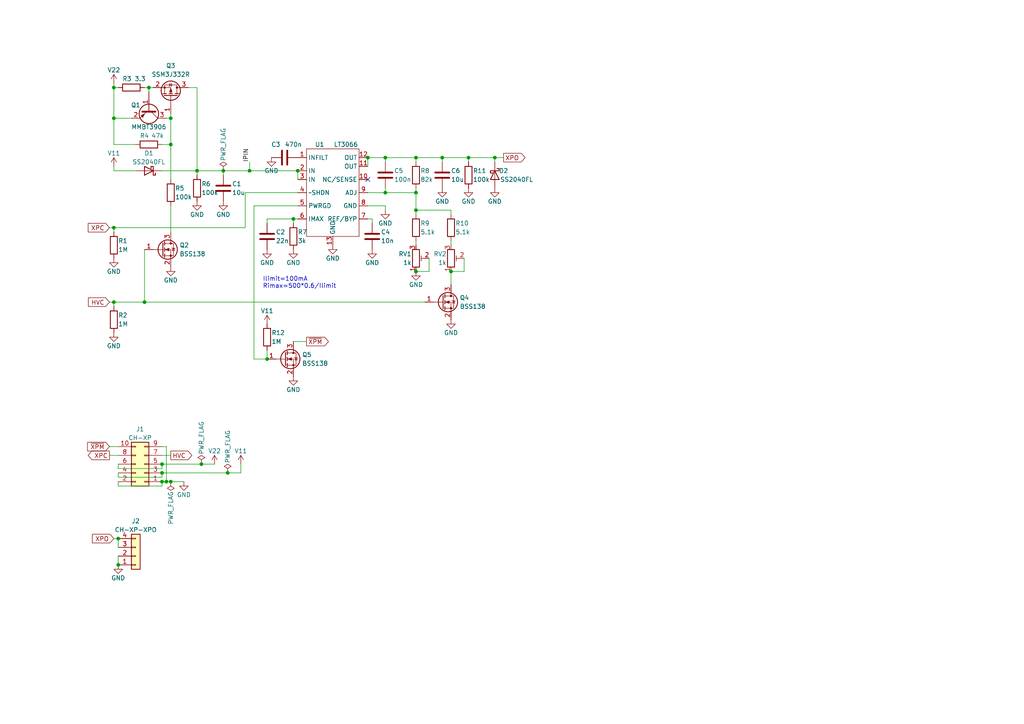
<source format=kicad_sch>
(kicad_sch (version 20211123) (generator eeschema)
  (paper "A4")
  (title_block (title "XPS:Channel:XPower") (company "yu2924"))
  (lib_symbols
    (symbol "Connector_Generic:Conn_01x04" (pin_names (offset 1.016) hide)
      (property "Reference" "J" (at 0 5.08 0))
      (property "Value" "Conn_01x04" (at 0 -7.62 0))
      (symbol "Conn_01x04_1_1"
        (rectangle (start -1.27 -4.953) (end 0 -5.207) (stroke (width 0.1524)))
        (rectangle (start -1.27 -2.413) (end 0 -2.667) (stroke (width 0.1524)))
        (rectangle (start -1.27 0.127) (end 0 -0.127) (stroke (width 0.1524)))
        (rectangle (start -1.27 2.667) (end 0 2.413) (stroke (width 0.1524)))
        (rectangle (start -1.27 3.81) (end 1.27 -6.35) (stroke (width 0.254)) (fill (type background)))
        (pin passive line (at -5.08 2.54 0) (length 3.81) (name "Pin_1") (number "1"))
        (pin passive line (at -5.08 0 0) (length 3.81) (name "Pin_2") (number "2"))
        (pin passive line (at -5.08 -2.54 0) (length 3.81) (name "Pin_3") (number "3"))
        (pin passive line (at -5.08 -5.08 0) (length 3.81) (name "Pin_4") (number "4"))
      )
    )
    (symbol "Connector_Generic:Conn_02x05_Odd_Even" (pin_names (offset 1.016) hide)
      (property "Reference" "J" (at 1.27 7.62 0))
      (property "Value" "Conn_02x05_Odd_Even" (at 1.27 -7.62 0))
      (symbol "Conn_02x05_Odd_Even_1_1"
        (rectangle (start -1.27 -4.953) (end 0 -5.207) (stroke (width 0.1524)))
        (rectangle (start -1.27 -2.413) (end 0 -2.667) (stroke (width 0.1524)))
        (rectangle (start -1.27 0.127) (end 0 -0.127) (stroke (width 0.1524)))
        (rectangle (start -1.27 2.667) (end 0 2.413) (stroke (width 0.1524)))
        (rectangle (start -1.27 5.207) (end 0 4.953) (stroke (width 0.1524)))
        (rectangle (start -1.27 6.35) (end 3.81 -6.35) (stroke (width 0.254)) (fill (type background)))
        (rectangle (start 3.81 -4.953) (end 2.54 -5.207) (stroke (width 0.1524)))
        (rectangle (start 3.81 -2.413) (end 2.54 -2.667) (stroke (width 0.1524)))
        (rectangle (start 3.81 0.127) (end 2.54 -0.127) (stroke (width 0.1524)))
        (rectangle (start 3.81 2.667) (end 2.54 2.413) (stroke (width 0.1524)))
        (rectangle (start 3.81 5.207) (end 2.54 4.953) (stroke (width 0.1524)))
        (pin passive line (at -5.08 5.08 0) (length 3.81) (name "Pin_1") (number "1"))
        (pin passive line (at 7.62 -5.08 180) (length 3.81) (name "Pin_10") (number "10"))
        (pin passive line (at 7.62 5.08 180) (length 3.81) (name "Pin_2") (number "2"))
        (pin passive line (at -5.08 2.54 0) (length 3.81) (name "Pin_3") (number "3"))
        (pin passive line (at 7.62 2.54 180) (length 3.81) (name "Pin_4") (number "4"))
        (pin passive line (at -5.08 0 0) (length 3.81) (name "Pin_5") (number "5"))
        (pin passive line (at 7.62 0 180) (length 3.81) (name "Pin_6") (number "6"))
        (pin passive line (at -5.08 -2.54 0) (length 3.81) (name "Pin_7") (number "7"))
        (pin passive line (at 7.62 -2.54 180) (length 3.81) (name "Pin_8") (number "8"))
        (pin passive line (at -5.08 -5.08 0) (length 3.81) (name "Pin_9") (number "9"))
      )
    )
    (symbol "Device:C" (pin_numbers hide) (pin_names (offset 0.254))
      (property "Reference" "C" (at 0.635 2.54 0))
      (property "Value" "C" (at 0.635 -2.54 0))
      (symbol "C_0_1"
        (polyline (pts (xy -2.032 -0.762) (xy 2.032 -0.762)) (stroke (width 0.508)))
        (polyline (pts (xy -2.032 0.762) (xy 2.032 0.762)) (stroke (width 0.508)))
      )
      (symbol "C_1_1"
        (pin passive line (at 0 3.81 270) (length 2.794) (name "~") (number "1"))
        (pin passive line (at 0 -3.81 90) (length 2.794) (name "~") (number "2"))
      )
    )
    (symbol "Device:D_Schottky" (pin_numbers hide) (pin_names (offset 1.016) hide)
      (property "Reference" "D" (at 0 2.54 0))
      (property "Value" "D_Schottky" (at 0 -2.54 0))
      (symbol "D_Schottky_0_1"
        (polyline (pts (xy 1.27 0) (xy -1.27 0)))
        (polyline (pts (xy 1.27 1.27) (xy 1.27 -1.27) (xy -1.27 0) (xy 1.27 1.27)) (stroke (width 0.254)))
        (polyline (pts (xy -1.905 0.635) (xy -1.905 1.27) (xy -1.27 1.27) (xy -1.27 -1.27) (xy -0.635 -1.27) (xy -0.635 -0.635)) (stroke (width 0.254)))
      )
      (symbol "D_Schottky_1_1"
        (pin passive line (at -3.81 0 0) (length 2.54) (name "K") (number "1"))
        (pin passive line (at 3.81 0 180) (length 2.54) (name "A") (number "2"))
      )
    )
    (symbol "Device:Q_PMOS_GSD" (pin_names (offset 0) hide)
      (property "Reference" "Q" (at 5.08 1.27 0))
      (property "Value" "Q_PMOS_GSD" (at 5.08 -1.27 0))
      (symbol "Q_PMOS_GSD_0_1"
        (polyline (pts (xy 0.254 0) (xy -2.54 0)))
        (polyline (pts (xy 0.254 1.905) (xy 0.254 -1.905)) (stroke (width 0.254)))
        (polyline (pts (xy 0.762 -1.27) (xy 0.762 -2.286)) (stroke (width 0.254)))
        (polyline (pts (xy 0.762 0.508) (xy 0.762 -0.508)) (stroke (width 0.254)))
        (polyline (pts (xy 0.762 2.286) (xy 0.762 1.27)) (stroke (width 0.254)))
        (polyline (pts (xy 2.54 2.54) (xy 2.54 1.778)))
        (polyline (pts (xy 2.54 -2.54) (xy 2.54 0) (xy 0.762 0)))
        (polyline (pts (xy 0.762 1.778) (xy 3.302 1.778) (xy 3.302 -1.778) (xy 0.762 -1.778)))
        (polyline (pts (xy 2.286 0) (xy 1.27 0.381) (xy 1.27 -0.381) (xy 2.286 0)) (fill (type outline)))
        (polyline (pts (xy 2.794 -0.508) (xy 2.921 -0.381) (xy 3.683 -0.381) (xy 3.81 -0.254)))
        (polyline (pts (xy 3.302 -0.381) (xy 2.921 0.254) (xy 3.683 0.254) (xy 3.302 -0.381)))
        (circle (center 1.651 0) (radius 2.794) (stroke (width 0.254)))
        (circle (center 2.54 -1.778) (radius 0.254) (fill (type outline)))
        (circle (center 2.54 1.778) (radius 0.254) (fill (type outline)))
      )
      (symbol "Q_PMOS_GSD_1_1"
        (pin input line (at -5.08 0 0) (length 2.54) (name "G") (number "1"))
        (pin passive line (at 2.54 -5.08 90) (length 2.54) (name "S") (number "2"))
        (pin passive line (at 2.54 5.08 270) (length 2.54) (name "D") (number "3"))
      )
    )
    (symbol "Device:R" (pin_numbers hide) (pin_names (offset 0))
      (property "Reference" "R" (at 2.032 0 90))
      (property "Value" "R" (at 0 0 90))
      (symbol "R_0_1"
        (rectangle (start -1.016 -2.54) (end 1.016 2.54) (stroke (width 0.254)))
      )
      (symbol "R_1_1"
        (pin passive line (at 0 3.81 270) (length 1.27) (name "~") (number "1"))
        (pin passive line (at 0 -3.81 90) (length 1.27) (name "~") (number "2"))
      )
    )
    (symbol "Device:R_Potentiometer_Trim" (pin_names (offset 1.016) hide)
      (property "Reference" "RV" (at -4.445 0 90))
      (property "Value" "R_Potentiometer_Trim" (at -2.54 0 90))
      (symbol "R_Potentiometer_Trim_0_1"
        (polyline (pts (xy 1.524 0.762) (xy 1.524 -0.762)))
        (polyline (pts (xy 2.54 0) (xy 1.524 0)))
        (rectangle (start 1.016 2.54) (end -1.016 -2.54) (stroke (width 0.254)))
      )
      (symbol "R_Potentiometer_Trim_1_1"
        (pin passive line (at 0 3.81 270) (length 1.27) (name "1") (number "1"))
        (pin passive line (at 3.81 0 180) (length 1.27) (name "2") (number "2"))
        (pin passive line (at 0 -3.81 90) (length 1.27) (name "3") (number "3"))
      )
    )
    (symbol "Local:+11V" (power) (pin_names (offset 0))
      (property "Value" "+11V" (at 0 3.81 0))
      (symbol "+11V_0_1"
        (polyline (pts (xy -0.762 1.27) (xy 0 2.54)))
        (polyline (pts (xy 0 0) (xy 0 2.54)))
        (polyline (pts (xy 0 2.54) (xy 0.762 1.27)))
      )
      (symbol "+11V_1_1"
        (pin power_in line (at 0 0 90) (length 0) hide (name "V11") (number "1"))
      )
    )
    (symbol "Local:+22V" (power) (pin_names (offset 0))
      (property "Value" "+22V" (at 0 3.81 0))
      (symbol "+22V_0_1"
        (polyline (pts (xy -0.762 1.27) (xy 0 2.54)))
        (polyline (pts (xy 0 0) (xy 0 2.54)))
        (polyline (pts (xy 0 2.54) (xy 0.762 1.27)))
      )
      (symbol "+22V_1_1"
        (pin power_in line (at 0 0 90) (length 0) hide (name "V22") (number "1"))
      )
    )
    (symbol "Local:LT3066"
      (property "Reference" "U" (at -5.08 13.97 0))
      (property "Value" "LT3066" (at 3.81 13.97 0))
      (symbol "LT3066_0_1"
        (rectangle (start -7.62 12.7) (end 7.62 -12.7))
      )
      (symbol "LT3066_1_1"
        (pin passive line (at -10.16 10.16 0) (length 2.54) (name "INFILT") (number "1"))
        (pin passive line (at 10.16 3.81 180) (length 2.54) (name "NC/SENSE") (number "10"))
        (pin passive line (at 10.16 7.62 180) (length 2.54) (name "OUT") (number "11"))
        (pin power_out line (at 10.16 10.16 180) (length 2.54) (name "OUT") (number "12"))
        (pin power_in line (at 0 -15.24 90) (length 2.54) (name "GND") (number "13"))
        (pin power_in line (at -10.16 6.35 0) (length 2.54) (name "IN") (number "2"))
        (pin power_in line (at -10.16 3.81 0) (length 2.54) (name "IN") (number "3"))
        (pin input line (at -10.16 0 0) (length 2.54) (name "~SHDN") (number "4"))
        (pin open_collector line (at -10.16 -3.81 0) (length 2.54) (name "PWRGD") (number "5"))
        (pin passive line (at -10.16 -7.62 0) (length 2.54) (name "IMAX") (number "6"))
        (pin passive line (at 10.16 -7.62 180) (length 2.54) (name "REF/BYP") (number "7"))
        (pin power_in line (at 10.16 -3.81 180) (length 2.54) (name "GND") (number "8"))
        (pin passive line (at 10.16 0 180) (length 2.54) (name "ADJ") (number "9"))
      )
    )
    (symbol "Transistor_BJT:MMBT3906" (pin_names (offset 0) hide)
      (property "Reference" "Q" (at 5.08 1.905 0))
      (property "Value" "MMBT3906" (at 5.08 0 0))
      (symbol "MMBT3906_0_1"
        (polyline (pts (xy 0.635 0.635) (xy 2.54 2.54)))
        (polyline (pts (xy 0.635 -0.635) (xy 2.54 -2.54) (xy 2.54 -2.54)))
        (polyline (pts (xy 0.635 1.905) (xy 0.635 -1.905) (xy 0.635 -1.905)) (stroke (width 0.508)))
        (polyline (pts (xy 2.286 -1.778) (xy 1.778 -2.286) (xy 1.27 -1.27) (xy 2.286 -1.778) (xy 2.286 -1.778)) (fill (type outline)))
        (circle (center 1.27 0) (radius 2.8194) (stroke (width 0.254)))
      )
      (symbol "MMBT3906_1_1"
        (pin input line (at -5.08 0 0) (length 5.715) (name "B") (number "1"))
        (pin passive line (at 2.54 -5.08 90) (length 2.54) (name "E") (number "2"))
        (pin passive line (at 2.54 5.08 270) (length 2.54) (name "C") (number "3"))
      )
    )
    (symbol "Transistor_FET:BSS138" (pin_names hide)
      (property "Reference" "Q" (at 5.08 1.905 0))
      (property "Value" "BSS138" (at 5.08 0 0))
      (symbol "BSS138_0_1"
        (polyline (pts (xy 0.254 0) (xy -2.54 0)))
        (polyline (pts (xy 0.254 1.905) (xy 0.254 -1.905)) (stroke (width 0.254)))
        (polyline (pts (xy 0.762 -1.27) (xy 0.762 -2.286)) (stroke (width 0.254)))
        (polyline (pts (xy 0.762 0.508) (xy 0.762 -0.508)) (stroke (width 0.254)))
        (polyline (pts (xy 0.762 2.286) (xy 0.762 1.27)) (stroke (width 0.254)))
        (polyline (pts (xy 2.54 2.54) (xy 2.54 1.778)))
        (polyline (pts (xy 2.54 -2.54) (xy 2.54 0) (xy 0.762 0)))
        (polyline (pts (xy 0.762 -1.778) (xy 3.302 -1.778) (xy 3.302 1.778) (xy 0.762 1.778)))
        (polyline (pts (xy 1.016 0) (xy 2.032 0.381) (xy 2.032 -0.381) (xy 1.016 0)) (fill (type outline)))
        (polyline (pts (xy 2.794 0.508) (xy 2.921 0.381) (xy 3.683 0.381) (xy 3.81 0.254)))
        (polyline (pts (xy 3.302 0.381) (xy 2.921 -0.254) (xy 3.683 -0.254) (xy 3.302 0.381)))
        (circle (center 1.651 0) (radius 2.794) (stroke (width 0.254)))
        (circle (center 2.54 -1.778) (radius 0.254) (fill (type outline)))
        (circle (center 2.54 1.778) (radius 0.254) (fill (type outline)))
      )
      (symbol "BSS138_1_1"
        (pin input line (at -5.08 0 0) (length 2.54) (name "G") (number "1"))
        (pin passive line (at 2.54 -5.08 90) (length 2.54) (name "S") (number "2"))
        (pin passive line (at 2.54 5.08 270) (length 2.54) (name "D") (number "3"))
      )
    )
    (symbol "power:GND" (power) (pin_names (offset 0))
      (property "Value" "GND" (at 0 -3.81 0))
      (symbol "GND_0_1"
        (polyline (pts (xy 0 0) (xy 0 -1.27) (xy 1.27 -1.27) (xy 0 -2.54) (xy -1.27 -1.27) (xy 0 -1.27)))
      )
      (symbol "GND_1_1"
        (pin power_in line (at 0 0 270) (length 0) hide (name "GND") (number "1"))
      )
    )
    (symbol "power:PWR_FLAG" (power) (pin_numbers hide) (pin_names (offset 0) hide)
      (property "Value" "PWR_FLAG" (at 0 3.81 0))
      (symbol "PWR_FLAG_0_0"
        (pin power_out line (at 0 0 90) (length 0) (name "pwr") (number "1"))
      )
      (symbol "PWR_FLAG_0_1"
        (polyline (pts (xy 0 0) (xy 0 1.27) (xy -1.016 1.905) (xy 0 2.54) (xy 1.016 1.905) (xy 0 1.27)))
      )
    )
  )
  (junction (at 33.02 25.4))
  (junction (at 120.65 78.74))
  (junction (at 120.65 45.72))
  (junction (at 43.18 25.4))
  (junction (at 64.77 49.53))
  (junction (at 86.36 49.53))
  (junction (at 120.65 55.88))
  (junction (at 46.99 137.16))
  (junction (at 128.27 45.72))
  (junction (at 33.02 87.63))
  (junction (at 66.04 137.16))
  (junction (at 57.15 49.53))
  (junction (at 46.99 139.7))
  (junction (at 135.89 45.72))
  (junction (at 49.53 41.91))
  (junction (at 48.26 139.7))
  (junction (at 111.76 45.72))
  (junction (at 49.53 139.7))
  (junction (at 33.02 34.29))
  (junction (at 46.99 134.62))
  (junction (at 41.91 87.63))
  (junction (at 72.39 49.53))
  (junction (at 49.53 34.29))
  (junction (at 143.51 45.72))
  (junction (at 58.42 134.62))
  (junction (at 85.09 63.5))
  (junction (at 106.68 45.72))
  (junction (at 77.47 104.14))
  (junction (at 130.81 78.74))
  (junction (at 33.02 66.04))
  (junction (at 111.76 55.88))
  (junction (at 120.65 60.96))
  (junction (at 34.29 156.21))
  (junction (at 34.29 163.83))
  (no_connect (at 106.68 52.07))
  (wire (pts (xy 34.29 134.62) (xy 34.29 135.89)))
  (wire (pts (xy 33.02 34.29) (xy 33.02 25.4)))
  (wire (pts (xy 128.27 45.72) (xy 135.89 45.72)))
  (wire (pts (xy 124.46 78.74) (xy 124.46 74.93)))
  (wire (pts (xy 34.29 161.29) (xy 34.29 163.83)))
  (wire (pts (xy 111.76 54.61) (xy 111.76 55.88)))
  (wire (pts (xy 57.15 49.53) (xy 64.77 49.53)))
  (wire (pts (xy 33.02 25.4) (xy 34.29 25.4)))
  (wire (pts (xy 72.39 46.99) (xy 72.39 49.53)))
  (wire (pts (xy 123.19 87.63) (xy 41.91 87.63)))
  (wire (pts (xy 46.99 41.91) (xy 49.53 41.91)))
  (wire (pts (xy 54.61 25.4) (xy 57.15 25.4)))
  (wire (pts (xy 57.15 25.4) (xy 57.15 49.53)))
  (wire (pts (xy 106.68 55.88) (xy 111.76 55.88)))
  (wire (pts (xy 41.91 87.63) (xy 33.02 87.63)))
  (wire (pts (xy 49.53 34.29) (xy 48.26 34.29)))
  (wire (pts (xy 33.02 24.13) (xy 33.02 25.4)))
  (wire (pts (xy 71.12 55.88) (xy 71.12 66.04)))
  (wire (pts (xy 135.89 45.72) (xy 143.51 45.72)))
  (wire (pts (xy 64.77 49.53) (xy 72.39 49.53)))
  (wire (pts (xy 33.02 48.26) (xy 33.02 49.53)))
  (wire (pts (xy 72.39 49.53) (xy 86.36 49.53)))
  (wire (pts (xy 86.36 63.5) (xy 85.09 63.5)))
  (wire (pts (xy 48.26 129.54) (xy 48.26 139.7)))
  (wire (pts (xy 120.65 69.85) (xy 120.65 71.12)))
  (wire (pts (xy 46.99 137.16) (xy 46.99 138.43)))
  (wire (pts (xy 34.29 139.7) (xy 34.29 140.97)))
  (wire (pts (xy 143.51 45.72) (xy 146.05 45.72)))
  (wire (pts (xy 33.02 49.53) (xy 39.37 49.53)))
  (wire (pts (xy 43.18 25.4) (xy 44.45 25.4)))
  (wire (pts (xy 66.04 137.16) (xy 69.85 137.16)))
  (wire (pts (xy 31.75 66.04) (xy 33.02 66.04)))
  (wire (pts (xy 130.81 78.74) (xy 130.81 82.55)))
  (wire (pts (xy 49.53 41.91) (xy 49.53 52.07)))
  (wire (pts (xy 120.65 60.96) (xy 130.81 60.96)))
  (wire (pts (xy 41.91 72.39) (xy 41.91 87.63)))
  (wire (pts (xy 128.27 45.72) (xy 128.27 46.99)))
  (wire (pts (xy 73.66 59.69) (xy 73.66 104.14)))
  (wire (pts (xy 43.18 25.4) (xy 43.18 26.67)))
  (wire (pts (xy 33.02 156.21) (xy 34.29 156.21)))
  (wire (pts (xy 46.99 134.62) (xy 58.42 134.62)))
  (wire (pts (xy 77.47 63.5) (xy 77.47 64.77)))
  (wire (pts (xy 85.09 63.5) (xy 85.09 64.77)))
  (wire (pts (xy 46.99 139.7) (xy 48.26 139.7)))
  (wire (pts (xy 49.53 132.08) (xy 46.99 132.08)))
  (wire (pts (xy 111.76 45.72) (xy 120.65 45.72)))
  (wire (pts (xy 33.02 66.04) (xy 71.12 66.04)))
  (wire (pts (xy 85.09 99.06) (xy 88.9 99.06)))
  (wire (pts (xy 134.62 78.74) (xy 130.81 78.74)))
  (wire (pts (xy 111.76 59.69) (xy 111.76 60.96)))
  (wire (pts (xy 57.15 49.53) (xy 46.99 49.53)))
  (wire (pts (xy 120.65 45.72) (xy 128.27 45.72)))
  (wire (pts (xy 49.53 34.29) (xy 49.53 41.91)))
  (wire (pts (xy 46.99 138.43) (xy 34.29 138.43)))
  (wire (pts (xy 86.36 59.69) (xy 73.66 59.69)))
  (wire (pts (xy 107.95 63.5) (xy 107.95 64.77)))
  (wire (pts (xy 120.65 78.74) (xy 124.46 78.74)))
  (wire (pts (xy 48.26 139.7) (xy 49.53 139.7)))
  (wire (pts (xy 34.29 140.97) (xy 46.99 140.97)))
  (wire (pts (xy 46.99 140.97) (xy 46.99 139.7)))
  (wire (pts (xy 130.81 60.96) (xy 130.81 62.23)))
  (wire (pts (xy 120.65 54.61) (xy 120.65 55.88)))
  (wire (pts (xy 46.99 129.54) (xy 48.26 129.54)))
  (wire (pts (xy 143.51 45.72) (xy 143.51 46.99)))
  (wire (pts (xy 85.09 63.5) (xy 77.47 63.5)))
  (wire (pts (xy 33.02 34.29) (xy 33.02 41.91)))
  (wire (pts (xy 106.68 59.69) (xy 111.76 59.69)))
  (wire (pts (xy 58.42 134.62) (xy 62.23 134.62)))
  (wire (pts (xy 77.47 101.6) (xy 77.47 104.14)))
  (wire (pts (xy 106.68 63.5) (xy 107.95 63.5)))
  (wire (pts (xy 57.15 49.53) (xy 57.15 50.8)))
  (wire (pts (xy 34.29 156.21) (xy 34.29 158.75)))
  (wire (pts (xy 86.36 49.53) (xy 86.36 52.07)))
  (wire (pts (xy 49.53 33.02) (xy 49.53 34.29)))
  (wire (pts (xy 31.75 129.54) (xy 34.29 129.54)))
  (wire (pts (xy 33.02 87.63) (xy 33.02 88.9)))
  (wire (pts (xy 38.1 34.29) (xy 33.02 34.29)))
  (wire (pts (xy 41.91 25.4) (xy 43.18 25.4)))
  (wire (pts (xy 106.68 45.72) (xy 106.68 48.26)))
  (wire (pts (xy 130.81 69.85) (xy 130.81 71.12)))
  (wire (pts (xy 31.75 87.63) (xy 33.02 87.63)))
  (wire (pts (xy 135.89 45.72) (xy 135.89 46.99)))
  (wire (pts (xy 49.53 59.69) (xy 49.53 67.31)))
  (wire (pts (xy 33.02 66.04) (xy 33.02 67.31)))
  (wire (pts (xy 120.65 45.72) (xy 120.65 46.99)))
  (wire (pts (xy 46.99 137.16) (xy 66.04 137.16)))
  (wire (pts (xy 31.75 132.08) (xy 34.29 132.08)))
  (wire (pts (xy 120.65 62.23) (xy 120.65 60.96)))
  (wire (pts (xy 120.65 55.88) (xy 120.65 60.96)))
  (wire (pts (xy 111.76 45.72) (xy 111.76 46.99)))
  (wire (pts (xy 46.99 134.62) (xy 46.99 135.89)))
  (wire (pts (xy 33.02 41.91) (xy 39.37 41.91)))
  (wire (pts (xy 86.36 55.88) (xy 71.12 55.88)))
  (wire (pts (xy 111.76 55.88) (xy 120.65 55.88)))
  (wire (pts (xy 69.85 137.16) (xy 69.85 134.62)))
  (wire (pts (xy 134.62 74.93) (xy 134.62 78.74)))
  (wire (pts (xy 46.99 135.89) (xy 34.29 135.89)))
  (wire (pts (xy 53.34 139.7) (xy 49.53 139.7)))
  (wire (pts (xy 106.68 45.72) (xy 111.76 45.72)))
  (wire (pts (xy 64.77 49.53) (xy 64.77 50.8)))
  (wire (pts (xy 73.66 104.14) (xy 77.47 104.14)))
  (wire (pts (xy 34.29 137.16) (xy 34.29 138.43)))
  (text "Ilimit=100mA\nRimax=500*0.6/Ilimit" (at 76.2 83.82 0) (effects (font (size 1.27 1.27)) (justify left bottom)))
  (label "IPIN" (at 72.39 46.99 90))
  (global_label "~{XPM}" (shape input) (at 31.75 129.54 180) (property "Intersheet References" "${INTERSHEET_REFS}" (effects hide)))
  (global_label "XPO" (shape input) (at 33.02 156.21 180) (property "Intersheet References" "${INTERSHEET_REFS}" (effects hide)))
  (global_label "HVC" (shape output) (at 49.53 132.08 0) (property "Intersheet References" "${INTERSHEET_REFS}" (effects hide)))
  (global_label "XPO" (shape output) (at 146.05 45.72 0) (property "Intersheet References" "${INTERSHEET_REFS}" (effects hide)))
  (global_label "XPC" (shape output) (at 31.75 132.08 180) (property "Intersheet References" "${INTERSHEET_REFS}" (effects hide)))
  (global_label "~{XPM}" (shape output) (at 88.9 99.06 0) (property "Intersheet References" "${INTERSHEET_REFS}" (effects hide)))
  (global_label "XPC" (shape input) (at 31.75 66.04 180) (property "Intersheet References" "${INTERSHEET_REFS}" (effects hide)))
  (global_label "HVC" (shape input) (at 31.75 87.63 180) (property "Intersheet References" "${INTERSHEET_REFS}" (effects hide)))
  (symbol (lib_id "Connector_Generic:Conn_02x05_Odd_Even") (at 41.91 134.62 180) (unit 1)
    (property "Reference" "J1" (at 40.64 124.46 0))
    (property "Value" "CH-XP" (at 40.64 127 0))
    (property "Footprint" "Local:PinSocket-2x05-P2.54mm-Vertical" (effects hide))
  )
  (symbol (lib_id "Device:R") (at 38.1 25.4 90) (unit 1)
    (property "Reference" "R3" (at 36.83 22.86 90))
    (property "Value" "3.3" (at 40.64 22.86 90))
    (property "Footprint" "Resistor_SMD:R_0805_2012Metric_Pad1.20x1.40mm_HandSolder" (effects hide))
  )
  (symbol (lib_id "power:PWR_FLAG") (at 64.77 49.53 0) (unit 1)
    (property "Reference" "#FLG04" (effects hide))
    (property "Value" "PWR_FLAG" (at 64.77 41.91 90))
  )
  (symbol (lib_id "Device:R") (at 49.53 55.88 0) (unit 1)
    (property "Reference" "R5" (at 50.8 54.61 0) (effects (justify left)))
    (property "Value" "100k" (at 50.8 57.15 0) (effects (justify left)))
    (property "Footprint" "Resistor_SMD:R_0603_1608Metric_Pad0.98x0.95mm_HandSolder" (effects hide))
  )
  (symbol (lib_id "power:GND") (at 57.15 58.42 0) (unit 1)
    (property "Reference" "#PWR08" (effects hide))
    (property "Value" "GND" (at 57.15 62.23 0))
  )
  (symbol (lib_id "Transistor_FET:BSS138") (at 128.27 87.63 0) (unit 1)
    (property "Reference" "Q4" (at 133.35 86.36 0) (effects (justify left)))
    (property "Value" "BSS138" (at 133.35 88.9 0) (effects (justify left)))
    (property "Footprint" "Local:SOT-23" (effects hide))
    (property "Datasheet" "https://www.onsemi.com/pub/Collateral/BSS138-D.PDF" (effects hide))
  )
  (symbol (lib_id "Device:Q_PMOS_GSD") (at 49.53 27.94 270) (mirror x) (unit 1)
    (property "Reference" "Q3" (at 49.53 19.05 90))
    (property "Value" "SSM3J332R" (at 49.53 21.59 90))
    (property "Footprint" "Local:SOT-23" (effects hide))
    (property "Datasheet" "https://toshiba.semicon-storage.com/info/docget.jsp?did=2619&prodName=SSM3J332R" (effects hide))
  )
  (symbol (lib_id "Device:R") (at 135.89 50.8 0) (unit 1)
    (property "Reference" "R11" (at 137.16 49.53 0) (effects (justify left)))
    (property "Value" "100k" (at 137.16 52.07 0) (effects (justify left)))
    (property "Footprint" "Resistor_SMD:R_0603_1608Metric_Pad0.98x0.95mm_HandSolder" (effects hide))
  )
  (symbol (lib_id "power:GND") (at 96.52 71.12 0) (unit 1)
    (property "Reference" "#PWR014" (effects hide))
    (property "Value" "GND" (at 96.52 74.93 0))
  )
  (symbol (lib_id "Device:C") (at 82.55 45.72 90) (unit 1)
    (property "Reference" "C3" (at 80.01 41.91 90))
    (property "Value" "470n" (at 85.09 41.91 90))
    (property "Footprint" "Capacitor_SMD:C_0805_2012Metric_Pad1.18x1.45mm_HandSolder" (effects hide))
  )
  (symbol (lib_id "Device:C") (at 128.27 50.8 0) (unit 1)
    (property "Reference" "C6" (at 130.81 49.53 0) (effects (justify left)))
    (property "Value" "10u" (at 130.81 52.07 0) (effects (justify left)))
    (property "Footprint" "Capacitor_SMD:C_1210_3225Metric_Pad1.33x2.70mm_HandSolder" (effects hide))
    (property "Comment" "Murata GCM32EC71H106KA03L" (effects hide))
  )
  (symbol (lib_id "Device:R") (at 77.47 97.79 0) (unit 1)
    (property "Reference" "R12" (at 78.74 96.52 0) (effects (justify left)))
    (property "Value" "1M" (at 78.74 99.06 0) (effects (justify left)))
    (property "Footprint" "Resistor_SMD:R_0603_1608Metric_Pad0.98x0.95mm_HandSolder" (effects hide))
  )
  (symbol (lib_id "Device:R") (at 120.65 66.04 0) (unit 1)
    (property "Reference" "R9" (at 121.92 64.77 0) (effects (justify left)))
    (property "Value" "5.1k" (at 121.92 67.31 0) (effects (justify left)))
    (property "Footprint" "Resistor_SMD:R_0603_1608Metric_Pad0.98x0.95mm_HandSolder" (effects hide))
  )
  (symbol (lib_id "Device:R") (at 33.02 92.71 0) (unit 1)
    (property "Reference" "R2" (at 34.29 91.44 0) (effects (justify left)))
    (property "Value" "1M" (at 34.29 93.98 0) (effects (justify left)))
    (property "Footprint" "Resistor_SMD:R_0603_1608Metric_Pad0.98x0.95mm_HandSolder" (effects hide))
  )
  (symbol (lib_id "Device:D_Schottky") (at 43.18 49.53 180) (unit 1)
    (property "Reference" "D1" (at 43.18 44.45 0))
    (property "Value" "SS2040FL" (at 43.18 46.99 0))
    (property "Footprint" "Local:D_SOD-123FL-SS2040FL" (effects hide))
  )
  (symbol (lib_id "power:GND") (at 53.34 139.7 0) (mirror y) (unit 1)
    (property "Reference" "#PWR05" (effects hide))
    (property "Value" "GND" (at 53.34 143.51 0))
  )
  (symbol (lib_id "power:GND") (at 34.29 163.83 0) (mirror y) (unit 1)
    (property "Reference" "#PWR0101" (effects hide))
    (property "Value" "GND" (at 34.29 167.64 0))
  )
  (symbol (lib_id "power:GND") (at 77.47 72.39 0) (unit 1)
    (property "Reference" "#PWR011" (effects hide))
    (property "Value" "GND" (at 77.47 76.2 0))
  )
  (symbol (lib_id "Transistor_FET:BSS138") (at 46.99 72.39 0) (unit 1)
    (property "Reference" "Q2" (at 52.07 71.12 0) (effects (justify left)))
    (property "Value" "BSS138" (at 52.07 73.66 0) (effects (justify left)))
    (property "Footprint" "Local:SOT-23" (effects hide))
    (property "Datasheet" "https://www.onsemi.com/pub/Collateral/BSS138-D.PDF" (effects hide))
  )
  (symbol (lib_id "power:GND") (at 64.77 58.42 0) (unit 1)
    (property "Reference" "#PWR010" (effects hide))
    (property "Value" "GND" (at 64.77 62.23 0))
  )
  (symbol (lib_id "Local:+11V") (at 77.47 93.98 0) (unit 1)
    (property "Reference" "#PWR022" (effects hide))
    (property "Value" "+11V" (at 77.47 90.17 0))
  )
  (symbol (lib_id "power:GND") (at 107.95 72.39 0) (unit 1)
    (property "Reference" "#PWR015" (effects hide))
    (property "Value" "GND" (at 107.95 76.2 0))
  )
  (symbol (lib_id "Device:R") (at 120.65 50.8 0) (unit 1)
    (property "Reference" "R8" (at 121.92 49.53 0) (effects (justify left)))
    (property "Value" "82k" (at 121.92 52.07 0) (effects (justify left)))
    (property "Footprint" "Resistor_SMD:R_0603_1608Metric_Pad0.98x0.95mm_HandSolder" (effects hide))
  )
  (symbol (lib_id "Device:R_Potentiometer_Trim") (at 120.65 74.93 0) (mirror x) (unit 1)
    (property "Reference" "RV1" (at 119.38 73.66 0) (effects (justify right)))
    (property "Value" "1k" (at 119.38 76.2 0) (effects (justify right)))
    (property "Footprint" "Local:COPAL-ST-4EB" (effects hide))
  )
  (symbol (lib_id "Transistor_BJT:MMBT3906") (at 43.18 31.75 270) (unit 1)
    (property "Reference" "Q1" (at 39.37 30.48 90))
    (property "Value" "MMBT3906" (at 43.18 36.83 90))
    (property "Footprint" "Local:SOT-23" (effects hide))
    (property "Datasheet" "https://www.onsemi.com/pub/Collateral/2N3906-D.PDF" (effects hide))
  )
  (symbol (lib_id "power:GND") (at 33.02 74.93 0) (unit 1)
    (property "Reference" "#PWR03" (effects hide))
    (property "Value" "GND" (at 33.02 78.74 0))
  )
  (symbol (lib_id "power:GND") (at 143.51 54.61 0) (unit 1)
    (property "Reference" "#PWR021" (effects hide))
    (property "Value" "GND" (at 143.51 58.42 0))
  )
  (symbol (lib_id "Local:LT3066") (at 96.52 55.88 0) (unit 1)
    (property "Reference" "U1" (at 92.71 41.91 0))
    (property "Value" "LT3066" (at 100.33 41.91 0))
    (property "Footprint" "Local:MSOP-12-1EP-3x4mm-P0.65mm-EP1.65x2.85mm" (effects hide))
    (property "Datasheet" "https://www.google.co.jp/url?sa=t&rct=j&q=&esrc=s&source=web&cd=&cad=rja&uact=8&ved=2ahUKEwibgv-VkIz1AhWqlFYBHTgmCkUQFnoECBMQAQ&url=https%3A%2F%2Fwww.analog.com%2Fmedia%2Fen%2Ftechnical-documentation%2Fdata-sheets%2FLT3066.pdf&usg=AOvVaw3wIA1z4IsiWmbl6nyarQ-H" (effects hide))
  )
  (symbol (lib_id "power:GND") (at 33.02 96.52 0) (unit 1)
    (property "Reference" "#PWR04" (effects hide))
    (property "Value" "GND" (at 33.02 100.33 0))
  )
  (symbol (lib_id "Device:C") (at 64.77 54.61 0) (unit 1)
    (property "Reference" "C1" (at 67.31 53.34 0) (effects (justify left)))
    (property "Value" "10u" (at 67.31 55.88 0) (effects (justify left)))
    (property "Footprint" "Capacitor_SMD:C_1210_3225Metric_Pad1.33x2.70mm_HandSolder" (effects hide))
    (property "Comment" "Murata GCM32EC71H106KA03L" (effects hide))
  )
  (symbol (lib_id "Device:R") (at 57.15 54.61 0) (unit 1)
    (property "Reference" "R6" (at 58.42 53.34 0) (effects (justify left)))
    (property "Value" "100k" (at 58.42 55.88 0) (effects (justify left)))
    (property "Footprint" "Resistor_SMD:R_0603_1608Metric_Pad0.98x0.95mm_HandSolder" (effects hide))
  )
  (symbol (lib_id "power:GND") (at 130.81 92.71 0) (unit 1)
    (property "Reference" "#PWR020" (effects hide))
    (property "Value" "GND" (at 130.81 96.52 0))
  )
  (symbol (lib_id "power:GND") (at 85.09 109.22 0) (unit 1)
    (property "Reference" "#PWR024" (effects hide))
    (property "Value" "GND" (at 85.09 113.03 0))
  )
  (symbol (lib_id "Local:+11V") (at 33.02 48.26 0) (unit 1)
    (property "Reference" "#PWR02" (effects hide))
    (property "Value" "+11V" (at 33.02 44.45 0))
  )
  (symbol (lib_id "Device:C") (at 77.47 68.58 0) (unit 1)
    (property "Reference" "C2" (at 80.01 67.31 0) (effects (justify left)))
    (property "Value" "22n" (at 80.01 69.85 0) (effects (justify left)))
    (property "Footprint" "Capacitor_SMD:C_0603_1608Metric_Pad1.08x0.95mm_HandSolder" (effects hide))
  )
  (symbol (lib_id "power:GND") (at 135.89 54.61 0) (unit 1)
    (property "Reference" "#PWR019" (effects hide))
    (property "Value" "GND" (at 135.89 58.42 0))
  )
  (symbol (lib_id "Local:+22V") (at 62.23 134.62 0) (mirror y) (unit 1)
    (property "Reference" "#PWR07" (effects hide))
    (property "Value" "+22V" (at 62.23 130.81 0))
  )
  (symbol (lib_id "power:GND") (at 49.53 77.47 0) (unit 1)
    (property "Reference" "#PWR06" (effects hide))
    (property "Value" "GND" (at 49.53 81.28 0))
  )
  (symbol (lib_id "power:GND") (at 128.27 54.61 0) (unit 1)
    (property "Reference" "#PWR018" (effects hide))
    (property "Value" "GND" (at 128.27 58.42 0))
  )
  (symbol (lib_id "Device:R") (at 33.02 71.12 0) (unit 1)
    (property "Reference" "R1" (at 34.29 69.85 0) (effects (justify left)))
    (property "Value" "1M" (at 34.29 72.39 0) (effects (justify left)))
    (property "Footprint" "Resistor_SMD:R_0603_1608Metric_Pad0.98x0.95mm_HandSolder" (effects hide))
  )
  (symbol (lib_id "Device:R") (at 43.18 41.91 90) (unit 1)
    (property "Reference" "R4" (at 41.91 39.37 90))
    (property "Value" "47k" (at 45.72 39.37 90))
    (property "Footprint" "Resistor_SMD:R_0603_1608Metric_Pad0.98x0.95mm_HandSolder" (effects hide))
  )
  (symbol (lib_id "power:PWR_FLAG") (at 66.04 137.16 0) (unit 1)
    (property "Reference" "#FLG03" (effects hide))
    (property "Value" "PWR_FLAG" (at 66.04 129.54 90))
  )
  (symbol (lib_id "Transistor_FET:BSS138") (at 82.55 104.14 0) (unit 1)
    (property "Reference" "Q5" (at 87.63 102.87 0) (effects (justify left)))
    (property "Value" "BSS138" (at 87.63 105.41 0) (effects (justify left)))
    (property "Footprint" "Local:SOT-23" (effects hide))
    (property "Datasheet" "https://www.onsemi.com/pub/Collateral/BSS138-D.PDF" (effects hide))
  )
  (symbol (lib_id "Device:C") (at 107.95 68.58 0) (unit 1)
    (property "Reference" "C4" (at 110.49 67.31 0) (effects (justify left)))
    (property "Value" "10n" (at 110.49 69.85 0) (effects (justify left)))
    (property "Footprint" "Capacitor_SMD:C_0603_1608Metric_Pad1.08x0.95mm_HandSolder" (effects hide))
  )
  (symbol (lib_id "Device:R") (at 130.81 66.04 0) (unit 1)
    (property "Reference" "R10" (at 132.08 64.77 0) (effects (justify left)))
    (property "Value" "5.1k" (at 132.08 67.31 0) (effects (justify left)))
    (property "Footprint" "Resistor_SMD:R_0603_1608Metric_Pad0.98x0.95mm_HandSolder" (effects hide))
  )
  (symbol (lib_id "power:GND") (at 78.74 45.72 0) (unit 1)
    (property "Reference" "#PWR012" (effects hide))
    (property "Value" "GND" (at 78.74 49.53 0))
  )
  (symbol (lib_id "Local:+11V") (at 69.85 134.62 0) (mirror y) (unit 1)
    (property "Reference" "#PWR09" (effects hide))
    (property "Value" "+11V" (at 69.85 130.81 0))
  )
  (symbol (lib_id "Device:R_Potentiometer_Trim") (at 130.81 74.93 0) (mirror x) (unit 1)
    (property "Reference" "RV2" (at 129.54 73.66 0) (effects (justify right)))
    (property "Value" "1k" (at 129.54 76.2 0) (effects (justify right)))
    (property "Footprint" "Local:COPAL-ST-4EB" (effects hide))
  )
  (symbol (lib_id "Device:C") (at 111.76 50.8 0) (unit 1)
    (property "Reference" "C5" (at 114.3 49.53 0) (effects (justify left)))
    (property "Value" "100n" (at 114.3 52.07 0) (effects (justify left)))
    (property "Footprint" "Capacitor_SMD:C_0603_1608Metric_Pad1.08x0.95mm_HandSolder" (effects hide))
    (property "Comment" "Murata GCM188R71H104KA57D" (effects hide))
  )
  (symbol (lib_id "power:PWR_FLAG") (at 58.42 134.62 0) (unit 1)
    (property "Reference" "#FLG02" (effects hide))
    (property "Value" "PWR_FLAG" (at 58.42 127 90))
  )
  (symbol (lib_id "Connector_Generic:Conn_01x04") (at 39.37 161.29 0) (mirror x) (unit 1)
    (property "Reference" "J2" (at 39.37 151.13 0))
    (property "Value" "CH-XP-XPO" (at 39.37 153.67 0))
    (property "Footprint" "Local:PinSocket-1x04-P2.54mm-Vertical" (effects hide))
  )
  (symbol (lib_id "Local:+22V") (at 33.02 24.13 0) (unit 1)
    (property "Reference" "#PWR01" (effects hide))
    (property "Value" "+22V" (at 33.02 20.32 0))
  )
  (symbol (lib_id "power:GND") (at 120.65 78.74 0) (unit 1)
    (property "Reference" "#PWR017" (effects hide))
    (property "Value" "GND" (at 120.65 82.55 0))
  )
  (symbol (lib_id "power:PWR_FLAG") (at 49.53 139.7 180) (unit 1)
    (property "Reference" "#FLG01" (effects hide))
    (property "Value" "PWR_FLAG" (at 49.53 147.32 90))
  )
  (symbol (lib_id "power:GND") (at 111.76 60.96 0) (unit 1)
    (property "Reference" "#PWR016" (effects hide))
    (property "Value" "GND" (at 111.76 64.77 0))
  )
  (symbol (lib_id "Device:R") (at 85.09 68.58 0) (unit 1)
    (property "Reference" "R7" (at 86.36 67.31 0) (effects (justify left)))
    (property "Value" "3k" (at 86.36 69.85 0) (effects (justify left)))
    (property "Footprint" "Resistor_SMD:R_0603_1608Metric_Pad0.98x0.95mm_HandSolder" (effects hide))
  )
  (symbol (lib_id "power:GND") (at 85.09 72.39 0) (unit 1)
    (property "Reference" "#PWR013" (effects hide))
    (property "Value" "GND" (at 85.09 76.2 0))
  )
  (symbol (lib_id "Device:D_Schottky") (at 143.51 50.8 270) (unit 1)
    (property "Reference" "D2" (at 146.05 49.53 90))
    (property "Value" "SS2040FL" (at 149.86 52.07 90))
    (property "Footprint" "Local:D_SOD-123FL-SS2040FL" (effects hide))
  )
)
</source>
